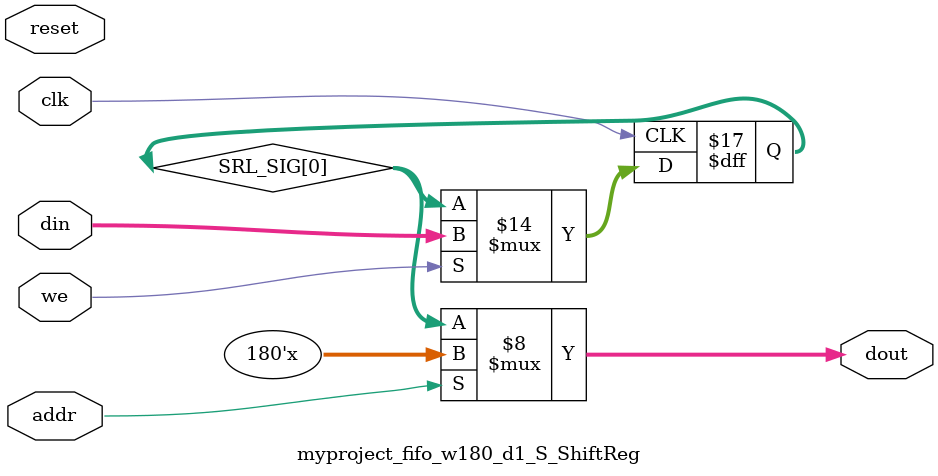
<source format=v>

`timescale 1 ns / 1 ps


module myproject_fifo_w180_d1_S
#(parameter
    MEM_STYLE   = "shiftReg",
    DATA_WIDTH  = 180,
    ADDR_WIDTH  = 1,
    DEPTH       = 1)
(
    // system signal
    input  wire                  clk,
    input  wire                  reset,

    // write
    output wire                  if_full_n,
    input  wire                  if_write_ce,
    input  wire                  if_write,
    input  wire [DATA_WIDTH-1:0] if_din,
    
    // read 
    output wire [ADDR_WIDTH:0]   if_num_data_valid, // for FRP
    output wire [ADDR_WIDTH:0]   if_fifo_cap,       // for FRP
    output wire                  if_empty_n,
    input  wire                  if_read_ce,
    input  wire                  if_read,
    output wire [DATA_WIDTH-1:0] if_dout
);
//------------------------Parameter----------------------

//------------------------Local signal-------------------
    wire [ADDR_WIDTH-1:0]     addr;
    wire                      push;
    wire                      pop;
    reg signed [ADDR_WIDTH:0] mOutPtr;
    reg                       empty_n = 1'b0;
    reg                       full_n  = 1'b1;
    // with almost full?  no 
    // has output register?  no 
//------------------------Instantiation------------------
    myproject_fifo_w180_d1_S_ShiftReg 
    #(  .DATA_WIDTH (DATA_WIDTH),
        .ADDR_WIDTH (ADDR_WIDTH),
        .DEPTH      (DEPTH))
    U_myproject_fifo_w180_d1_S_ShiftReg (
        .clk        (clk),
        .reset      (reset),
        .we         (push),
        .addr       (addr),
        .din        (if_din),
        .dout       (if_dout)
    );
//------------------------Task and function--------------

//------------------------Body---------------------------
    // has num_data_valid ? 
    assign if_num_data_valid = mOutPtr + 1'b1; // yes
    assign if_fifo_cap = DEPTH; // yes  

    // has almost full ? 
    assign if_full_n  = full_n; //no 
    assign push       = full_n & if_write_ce & if_write;

    // has output register? 
    assign if_empty_n = empty_n;  // no
    assign pop        = empty_n & if_read_ce & if_read; // no 

    assign addr       = mOutPtr[ADDR_WIDTH] == 1'b0 ? mOutPtr[ADDR_WIDTH-1:0] : {ADDR_WIDTH{1'b0}};

    // mOutPtr
    always @(posedge clk) begin
        if (reset == 1'b1)
            mOutPtr <= {ADDR_WIDTH+1{1'b1}};
        else if (push & ~pop)
            mOutPtr <= mOutPtr + 1'b1;
        else if (~push & pop)
            mOutPtr <= mOutPtr - 1'b1;
    end

    // full_n
    always @(posedge clk) begin
        if (reset == 1'b1)
            full_n <= 1'b1;
        else if (push & ~pop) begin
            if (mOutPtr == DEPTH - 2)
                full_n <= 1'b0;
        end
        else if (~push & pop)
            full_n <= 1'b1;
    end

    // almost_full_n 

    // empty_n
    always @(posedge clk) begin
        if (reset == 1'b1)
            empty_n <= 1'b0;
        else if (push & ~pop)
            empty_n <= 1'b1;
        else if (~push & pop) begin
            if (mOutPtr == 0)
                empty_n <= 1'b0;
        end
    end
 
    // num_data_valid 

    // dout_vld 

endmodule  


module myproject_fifo_w180_d1_S_ShiftReg
#(parameter
    DATA_WIDTH  = 180,
    ADDR_WIDTH  = 1,
    DEPTH       = 1)
(
    input  wire                  clk,
    input  wire                  reset,
    input  wire                  we,
    input  wire [ADDR_WIDTH-1:0] addr,
    input  wire [DATA_WIDTH-1:0] din,
    //output register? 
    output wire [DATA_WIDTH-1:0] dout // no 
);

    reg [DATA_WIDTH-1:0] SRL_SIG [0:DEPTH-1];
    integer i;

    always @ (posedge clk) begin
        if (we) begin
            for (i=0; i<DEPTH-1; i=i+1)
                SRL_SIG[i+1] <= SRL_SIG[i];
            SRL_SIG[0] <= din;
        end
    end

    //read from SRL, output register? 
    assign dout = SRL_SIG[addr];// no 

endmodule

</source>
